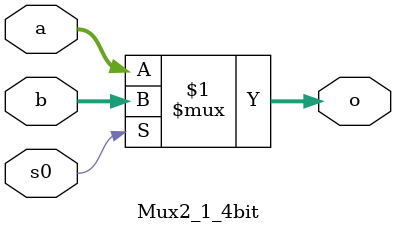
<source format=v>
`timescale 1ns / 1ps
module Mux2_1_4bit(
    input [3:0] a,
    input [3:0] b,
    input s0,
    output [3:0] o
    );

	 assign o = s0 ? b : a;
	 
endmodule

</source>
